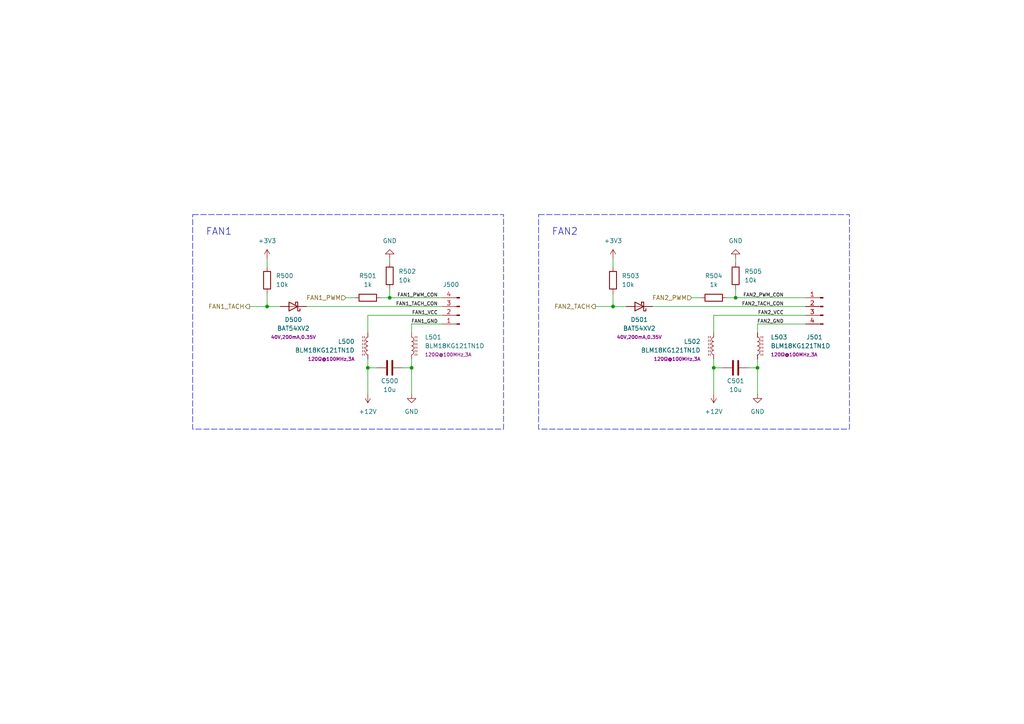
<source format=kicad_sch>
(kicad_sch (version 20231120) (generator "eeschema") (generator_version "8.0")
  (paper "A4")
  (title_block (title "Fan Control") (date "02/2024") (company "Martin Kopka"))
  (lib_symbols
    (symbol "Connector:Conn_01x04_Male" (pin_names (offset 1.016) hide)
      (property "Reference" "J" (at 0 5.08 0))
      (property "Value" "Conn_01x04_Male" (at 0 -7.62 0))
      (symbol "Conn_01x04_Male_1_1"
        (polyline (pts (xy 1.27 -5.08) (xy 0.8636 -5.08)) (stroke (width 0.1524)))
        (polyline (pts (xy 1.27 -2.54) (xy 0.8636 -2.54)) (stroke (width 0.1524)))
        (polyline (pts (xy 1.27 0) (xy 0.8636 0)) (stroke (width 0.1524)))
        (polyline (pts (xy 1.27 2.54) (xy 0.8636 2.54)) (stroke (width 0.1524)))
        (rectangle (start 0.8636 -4.953) (end 0 -5.207) (stroke (width 0.1524)) (fill (type outline)))
        (rectangle (start 0.8636 -2.413) (end 0 -2.667) (stroke (width 0.1524)) (fill (type outline)))
        (rectangle (start 0.8636 0.127) (end 0 -0.127) (stroke (width 0.1524)) (fill (type outline)))
        (rectangle (start 0.8636 2.667) (end 0 2.413) (stroke (width 0.1524)) (fill (type outline)))
        (pin passive line (at 5.08 2.54 180) (length 3.81) (name "Pin_1") (number "1"))
        (pin passive line (at 5.08 0 180) (length 3.81) (name "Pin_2") (number "2"))
        (pin passive line (at 5.08 -2.54 180) (length 3.81) (name "Pin_3") (number "3"))
        (pin passive line (at 5.08 -5.08 180) (length 3.81) (name "Pin_4") (number "4"))
      )
    )
    (symbol "Device:C" (pin_numbers hide) (pin_names (offset 0.254))
      (property "Reference" "C" (at 0.635 2.54 0))
      (property "Value" "C" (at 0.635 -2.54 0))
      (symbol "C_0_1"
        (polyline (pts (xy -2.032 -0.762) (xy 2.032 -0.762)) (stroke (width 0.508)))
        (polyline (pts (xy -2.032 0.762) (xy 2.032 0.762)) (stroke (width 0.508)))
      )
      (symbol "C_1_1"
        (pin passive line (at 0 3.81 270) (length 2.794) (name "~") (number "1"))
        (pin passive line (at 0 -3.81 90) (length 2.794) (name "~") (number "2"))
      )
    )
    (symbol "Device:L_Ferrite" (pin_numbers hide) (pin_names (offset 1.016) hide)
      (property "Reference" "L" (at -1.27 0 90))
      (property "Value" "L_Ferrite" (at 2.794 0 90))
      (symbol "L_Ferrite_0_1"
        (arc (start 0 -2.54) (mid 0.6323 -1.905) (end 0 -1.27))
        (arc (start 0 -1.27) (mid 0.6323 -0.635) (end 0 0))
        (polyline (pts (xy 1.016 -2.794) (xy 1.016 -2.286)))
        (polyline (pts (xy 1.016 -1.778) (xy 1.016 -1.27)))
        (polyline (pts (xy 1.016 -0.762) (xy 1.016 -0.254)))
        (polyline (pts (xy 1.016 0.254) (xy 1.016 0.762)))
        (polyline (pts (xy 1.016 1.27) (xy 1.016 1.778)))
        (polyline (pts (xy 1.016 2.286) (xy 1.016 2.794)))
        (polyline (pts (xy 1.524 -2.286) (xy 1.524 -2.794)))
        (polyline (pts (xy 1.524 -1.27) (xy 1.524 -1.778)))
        (polyline (pts (xy 1.524 -0.254) (xy 1.524 -0.762)))
        (polyline (pts (xy 1.524 0.762) (xy 1.524 0.254)))
        (polyline (pts (xy 1.524 1.778) (xy 1.524 1.27)))
        (polyline (pts (xy 1.524 2.794) (xy 1.524 2.286)))
        (arc (start 0 0) (mid 0.6323 0.635) (end 0 1.27))
        (arc (start 0 1.27) (mid 0.6323 1.905) (end 0 2.54))
      )
      (symbol "L_Ferrite_1_1"
        (pin passive line (at 0 3.81 270) (length 1.27) (name "1") (number "1"))
        (pin passive line (at 0 -3.81 90) (length 1.27) (name "2") (number "2"))
      )
    )
    (symbol "Device:R" (pin_numbers hide) (pin_names (offset 0))
      (property "Reference" "R" (at 2.032 0 90))
      (property "Value" "R" (at 0 0 90))
      (symbol "R_0_1"
        (rectangle (start -1.016 -2.54) (end 1.016 2.54) (stroke (width 0.254)))
      )
      (symbol "R_1_1"
        (pin passive line (at 0 3.81 270) (length 1.27) (name "~") (number "1"))
        (pin passive line (at 0 -3.81 90) (length 1.27) (name "~") (number "2"))
      )
    )
    (symbol "power:+12V" (power) (pin_names (offset 0))
      (property "Value" "+12V" (at 0 3.556 0))
      (symbol "+12V_0_1"
        (polyline (pts (xy -0.762 1.27) (xy 0 2.54)))
        (polyline (pts (xy 0 0) (xy 0 2.54)))
        (polyline (pts (xy 0 2.54) (xy 0.762 1.27)))
      )
      (symbol "+12V_1_1"
        (pin power_in line (at 0 0 90) (length 0) hide (name "+12V") (number "1"))
      )
    )
    (symbol "power:+3V3" (power) (pin_names (offset 0))
      (property "Value" "+3V3" (at 0 3.556 0))
      (symbol "+3V3_0_1"
        (polyline (pts (xy -0.762 1.27) (xy 0 2.54)))
        (polyline (pts (xy 0 0) (xy 0 2.54)))
        (polyline (pts (xy 0 2.54) (xy 0.762 1.27)))
      )
      (symbol "+3V3_1_1"
        (pin power_in line (at 0 0 90) (length 0) hide (name "+3V3") (number "1"))
      )
    )
    (symbol "power:GND" (power) (pin_names (offset 0))
      (property "Value" "GND" (at 0 -3.81 0))
      (symbol "GND_0_1"
        (polyline (pts (xy 0 0) (xy 0 -1.27) (xy 1.27 -1.27) (xy 0 -2.54) (xy -1.27 -1.27) (xy 0 -1.27)))
      )
      (symbol "GND_1_1"
        (pin power_in line (at 0 0 270) (length 0) hide (name "GND") (number "1"))
      )
    )
    (symbol "w-diode:BAT54XV2" (pin_numbers hide) (pin_names hide)
      (property "Reference" "D" (at 0 7.62 0))
      (property "Value" "BAT54XV2" (at 0 5.08 0))
      (property "Params" "40V,200mA,0.35V" (at 0 2.54 0))
      (symbol "BAT54XV2_0_1"
        (polyline (pts (xy -1.27 0) (xy 1.27 0)))
        (polyline (pts (xy -1.27 -1.27) (xy -1.27 1.27) (xy 1.27 0) (xy -1.27 -1.27)) (stroke (width 0.254)))
        (polyline (pts (xy 1.905 -0.635) (xy 1.905 -1.27) (xy 1.27 -1.27) (xy 1.27 1.27) (xy 0.635 1.27) (xy 0.635 0.635)) (stroke (width 0.254)))
      )
      (symbol "BAT54XV2_1_1"
        (pin passive line (at 3.81 0 180) (length 2.54) (name "K") (number "1"))
        (pin passive line (at -3.81 0 0) (length 2.54) (name "A") (number "2"))
      )
    )
  )
  (junction (at 207.01 106.68))
  (junction (at 77.47 88.9))
  (junction (at 106.68 106.68))
  (junction (at 113.03 86.36))
  (junction (at 213.36 86.36))
  (junction (at 119.38 106.68))
  (junction (at 177.8 88.9))
  (junction (at 219.71 106.68))
  (wire (pts (xy 177.8 85.09) (xy 177.8 88.9)))
  (wire (pts (xy 210.82 86.36) (xy 213.36 86.36)))
  (wire (pts (xy 213.36 86.36) (xy 233.68 86.36)))
  (wire (pts (xy 177.8 88.9) (xy 181.61 88.9)))
  (wire (pts (xy 207.01 104.14) (xy 207.01 106.68)))
  (wire (pts (xy 119.38 96.52) (xy 119.38 93.98)))
  (wire (pts (xy 219.71 96.52) (xy 219.71 93.98)))
  (wire (pts (xy 172.72 88.9) (xy 177.8 88.9)))
  (wire (pts (xy 113.03 86.36) (xy 128.27 86.36)))
  (wire (pts (xy 106.68 106.68) (xy 106.68 114.3)))
  (wire (pts (xy 219.71 106.68) (xy 219.71 114.3)))
  (wire (pts (xy 119.38 104.14) (xy 119.38 106.68)))
  (wire (pts (xy 207.01 106.68) (xy 207.01 114.3)))
  (wire (pts (xy 77.47 85.09) (xy 77.47 88.9)))
  (wire (pts (xy 207.01 91.44) (xy 233.68 91.44)))
  (wire (pts (xy 219.71 104.14) (xy 219.71 106.68)))
  (wire (pts (xy 106.68 106.68) (xy 109.22 106.68)))
  (wire (pts (xy 77.47 74.93) (xy 77.47 77.47)))
  (wire (pts (xy 189.23 88.9) (xy 233.68 88.9)))
  (wire (pts (xy 177.8 74.93) (xy 177.8 77.47)))
  (wire (pts (xy 113.03 74.93) (xy 113.03 76.2)))
  (wire (pts (xy 119.38 93.98) (xy 128.27 93.98)))
  (wire (pts (xy 213.36 83.82) (xy 213.36 86.36)))
  (wire (pts (xy 88.9 88.9) (xy 128.27 88.9)))
  (wire (pts (xy 128.27 91.44) (xy 106.68 91.44)))
  (wire (pts (xy 207.01 106.68) (xy 209.55 106.68)))
  (wire (pts (xy 207.01 91.44) (xy 207.01 96.52)))
  (wire (pts (xy 72.39 88.9) (xy 77.47 88.9)))
  (wire (pts (xy 110.49 86.36) (xy 113.03 86.36)))
  (wire (pts (xy 100.33 86.36) (xy 102.87 86.36)))
  (wire (pts (xy 217.17 106.68) (xy 219.71 106.68)))
  (wire (pts (xy 219.71 93.98) (xy 233.68 93.98)))
  (wire (pts (xy 116.84 106.68) (xy 119.38 106.68)))
  (wire (pts (xy 106.68 104.14) (xy 106.68 106.68)))
  (wire (pts (xy 113.03 83.82) (xy 113.03 86.36)))
  (wire (pts (xy 119.38 106.68) (xy 119.38 114.3)))
  (wire (pts (xy 77.47 88.9) (xy 81.28 88.9)))
  (wire (pts (xy 200.66 86.36) (xy 203.2 86.36)))
  (wire (pts (xy 213.36 74.93) (xy 213.36 76.2)))
  (wire (pts (xy 106.68 91.44) (xy 106.68 96.52)))
  (rectangle (start 55.88 62.23) (end 146.05 124.46) (stroke (width 0) (type dash)))
  (rectangle (start 156.21 62.23) (end 246.38 124.46) (stroke (width 0) (type dash)))
  (text "FAN2" (at 160.02 67.31 0) (effects (font (size 2 2)) (justify left)))
  (text "FAN1" (at 59.69 67.31 0) (effects (font (size 2 2)) (justify left)))
  (label "FAN1_VCC" (at 127 91.44 180) (effects (font (size 1 1))))
  (label "FAN2_GND" (at 227.33 93.98 180) (effects (font (size 1 1))))
  (label "FAN2_TACH_CON" (at 227.33 88.9 180) (effects (font (size 1 1))))
  (label "FAN1_TACH_CON" (at 127 88.9 180) (effects (font (size 1 1))))
  (label "FAN1_PWM_CON" (at 127 86.36 180) (effects (font (size 1 1))))
  (label "FAN2_PWM_CON" (at 227.33 86.36 180) (effects (font (size 1 1))))
  (label "FAN2_VCC" (at 227.33 91.44 180) (effects (font (size 1 1))))
  (label "FAN1_GND" (at 127 93.98 180) (effects (font (size 1 1))))
  (hierarchical_label "FAN1_PWM" (shape input) (at 100.33 86.36 180))
  (hierarchical_label "FAN1_TACH" (shape output) (at 72.39 88.9 180))
  (hierarchical_label "FAN2_TACH" (shape output) (at 172.72 88.9 180))
  (hierarchical_label "FAN2_PWM" (shape input) (at 200.66 86.36 180))
  (symbol (lib_id "power:+12V") (at 106.68 114.3 180) (unit 1)
    (property "Reference" "#PWR0102" (effects (hide yes)))
    (property "Value" "+12V" (at 106.68 119.38 0))
  )
  (symbol (lib_id "power:+3V3") (at 177.8 74.93 0) (unit 1)
    (property "Reference" "#PWR0106" (effects (hide yes)))
    (property "Value" "+3V3" (at 177.8 69.85 0))
  )
  (symbol (lib_id "power:GND") (at 213.36 74.93 180) (unit 1)
    (property "Reference" "#PWR0107" (effects (hide yes)))
    (property "Value" "GND" (at 213.36 69.85 0))
  )
  (symbol (lib_id "Device:L_Ferrite") (at 207.01 100.33 180) (unit 1)
    (property "Reference" "L502" (at 203.2 99.06 0) (effects (justify left)))
    (property "Value" "BLM18KG121TN1D" (at 203.2 101.6 0) (effects (justify left)))
    (property "Footprint" "Resistor_SMD:R_0603_1608Metric" (effects (hide yes)))
    (property "Params" "120Ω@100MHz,3A" (at 203.2 104.14 0) (effects (font (size 1 1)) (justify left)))
  )
  (symbol (lib_id "Connector:Conn_01x04_Male") (at 238.76 88.9 0) (mirror y) (unit 1)
    (property "Reference" "J501" (at 236.22 97.79 0))
    (property "Value" "Conn_01x04_Male" (effects (hide yes)))
    (property "Footprint" "Connector_PinHeader_2.54mm:PinHeader_1x04_P2.54mm_Horizontal" (effects (hide yes)))
  )
  (symbol (lib_id "Device:R") (at 207.01 86.36 90) (unit 1)
    (property "Reference" "R504" (at 207.01 80.01 90))
    (property "Value" "1k" (at 207.01 82.55 90))
    (property "Footprint" "Resistor_SMD:R_0603_1608Metric" (effects (hide yes)))
  )
  (symbol (lib_id "w-diode:BAT54XV2") (at 85.09 88.9 0) (unit 1)
    (property "Reference" "D500" (at 85.09 92.71 0))
    (property "Value" "BAT54XV2" (at 85.09 95.25 0))
    (property "Footprint" "w-diode:SOD-523" (effects (hide yes)))
    (property "Datasheet" "https://cz.mouser.com/datasheet/2/308/BAT54XV2T1_D-1522595.pdf" (effects (hide yes)))
    (property "Params" "40V,200mA,0.35V" (at 85.09 97.79 0) (effects (font (size 1 1))))
  )
  (symbol (lib_id "Device:R") (at 106.68 86.36 90) (unit 1)
    (property "Reference" "R501" (at 106.68 80.01 90))
    (property "Value" "1k" (at 106.68 82.55 90))
    (property "Footprint" "Resistor_SMD:R_0603_1608Metric" (effects (hide yes)))
  )
  (symbol (lib_id "power:GND") (at 113.03 74.93 180) (unit 1)
    (property "Reference" "#PWR0103" (effects (hide yes)))
    (property "Value" "GND" (at 113.03 69.85 0))
  )
  (symbol (lib_id "power:+12V") (at 207.01 114.3 180) (unit 1)
    (property "Reference" "#PWR0110" (effects (hide yes)))
    (property "Value" "+12V" (at 207.01 119.38 0))
  )
  (symbol (lib_id "Device:C") (at 113.03 106.68 90) (unit 1)
    (property "Reference" "C500" (at 113.03 110.49 90))
    (property "Value" "10u" (at 113.03 113.03 90))
    (property "Footprint" "Capacitor_SMD:C_1206_3216Metric" (effects (hide yes)))
  )
  (symbol (lib_id "Device:C") (at 213.36 106.68 90) (unit 1)
    (property "Reference" "C501" (at 213.36 110.49 90))
    (property "Value" "10u" (at 213.36 113.03 90))
    (property "Footprint" "Capacitor_SMD:C_1206_3216Metric" (effects (hide yes)))
  )
  (symbol (lib_id "w-diode:BAT54XV2") (at 185.42 88.9 0) (unit 1)
    (property "Reference" "D501" (at 185.42 92.71 0))
    (property "Value" "BAT54XV2" (at 185.42 95.25 0))
    (property "Footprint" "w-diode:SOD-523" (effects (hide yes)))
    (property "Datasheet" "https://cz.mouser.com/datasheet/2/308/BAT54XV2T1_D-1522595.pdf" (effects (hide yes)))
    (property "Params" "40V,200mA,0.35V" (at 185.42 97.79 0) (effects (font (size 1 1))))
  )
  (symbol (lib_id "Device:L_Ferrite") (at 119.38 100.33 0) (unit 1)
    (property "Reference" "L501" (at 123.19 97.79 0) (effects (justify left)))
    (property "Value" "BLM18KG121TN1D" (at 123.19 100.33 0) (effects (justify left)))
    (property "Footprint" "Resistor_SMD:R_0603_1608Metric" (effects (hide yes)))
    (property "Params" "120Ω@100MHz,3A" (at 123.19 102.87 0) (effects (font (size 1 1)) (justify left)))
  )
  (symbol (lib_id "Connector:Conn_01x04_Male") (at 133.35 91.44 180) (unit 1)
    (property "Reference" "J500" (at 130.81 82.55 0))
    (property "Value" "Conn_01x04_Male" (effects (hide yes)))
    (property "Footprint" "Connector_PinHeader_2.54mm:PinHeader_1x04_P2.54mm_Horizontal" (effects (hide yes)))
  )
  (symbol (lib_id "Device:R") (at 113.03 80.01 0) (unit 1)
    (property "Reference" "R502" (at 115.57 78.74 0) (effects (justify left)))
    (property "Value" "10k" (at 115.57 81.28 0) (effects (justify left)))
    (property "Footprint" "Resistor_SMD:R_0603_1608Metric" (effects (hide yes)))
  )
  (symbol (lib_id "Device:R") (at 77.47 81.28 0) (unit 1)
    (property "Reference" "R500" (at 80.01 80.01 0) (effects (justify left)))
    (property "Value" "10k" (at 80.01 82.55 0) (effects (justify left)))
    (property "Footprint" "Resistor_SMD:R_0603_1608Metric" (effects (hide yes)))
  )
  (symbol (lib_id "power:GND") (at 219.71 114.3 0) (unit 1)
    (property "Reference" "#PWR0109" (effects (hide yes)))
    (property "Value" "GND" (at 219.71 119.38 0))
  )
  (symbol (lib_id "Device:L_Ferrite") (at 106.68 100.33 180) (unit 1)
    (property "Reference" "L500" (at 102.87 99.06 0) (effects (justify left)))
    (property "Value" "BLM18KG121TN1D" (at 102.87 101.6 0) (effects (justify left)))
    (property "Footprint" "Resistor_SMD:R_0603_1608Metric" (effects (hide yes)))
    (property "Params" "120Ω@100MHz,3A" (at 102.87 104.14 0) (effects (font (size 1 1)) (justify left)))
  )
  (symbol (lib_id "Device:L_Ferrite") (at 219.71 100.33 0) (unit 1)
    (property "Reference" "L503" (at 223.52 97.79 0) (effects (justify left)))
    (property "Value" "BLM18KG121TN1D" (at 223.52 100.33 0) (effects (justify left)))
    (property "Footprint" "Resistor_SMD:R_0603_1608Metric" (effects (hide yes)))
    (property "Params" "120Ω@100MHz,3A" (at 223.52 102.87 0) (effects (font (size 1 1)) (justify left)))
  )
  (symbol (lib_id "power:GND") (at 119.38 114.3 0) (unit 1)
    (property "Reference" "#PWR0101" (effects (hide yes)))
    (property "Value" "GND" (at 119.38 119.38 0))
  )
  (symbol (lib_id "power:+3V3") (at 77.47 74.93 0) (unit 1)
    (property "Reference" "#PWR0104" (effects (hide yes)))
    (property "Value" "+3V3" (at 77.47 69.85 0))
  )
  (symbol (lib_id "Device:R") (at 213.36 80.01 0) (unit 1)
    (property "Reference" "R505" (at 215.9 78.74 0) (effects (justify left)))
    (property "Value" "10k" (at 215.9 81.28 0) (effects (justify left)))
    (property "Footprint" "Resistor_SMD:R_0603_1608Metric" (effects (hide yes)))
  )
  (symbol (lib_id "Device:R") (at 177.8 81.28 0) (unit 1)
    (property "Reference" "R503" (at 180.34 80.01 0) (effects (justify left)))
    (property "Value" "10k" (at 180.34 82.55 0) (effects (justify left)))
    (property "Footprint" "Resistor_SMD:R_0603_1608Metric" (effects (hide yes)))
  )
)
</source>
